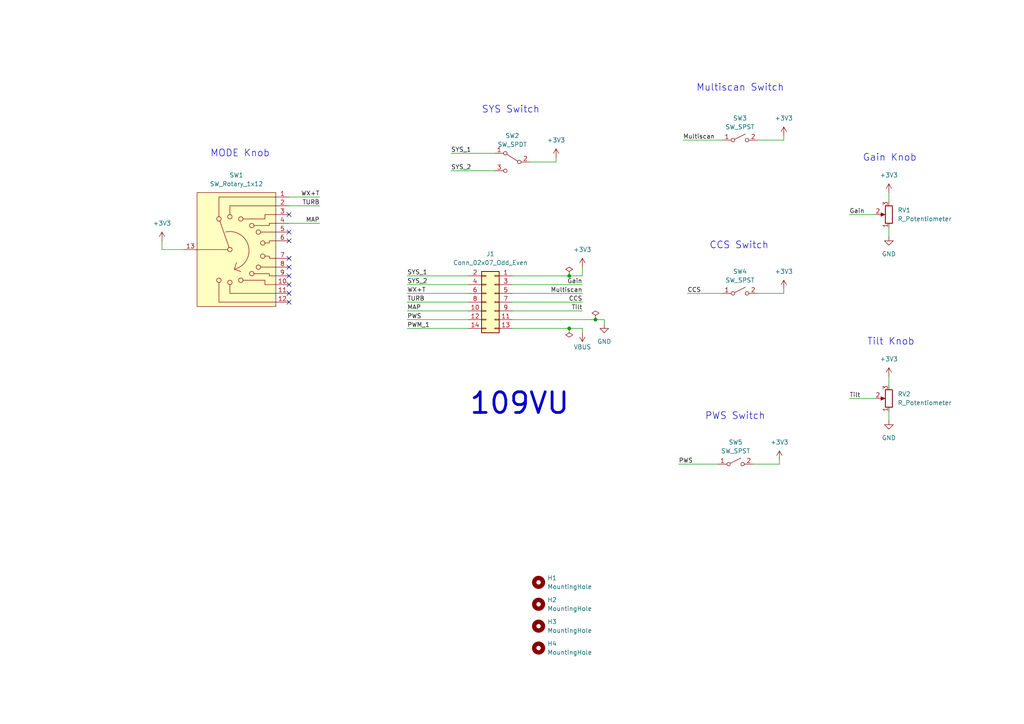
<source format=kicad_sch>
(kicad_sch (version 20231120) (generator "eeschema") (generator_version "8.0")
  (paper "A4")
  (title_block (title "109VU") (date "2024-01-18") (rev "0.2"))
  (lib_symbols
    (symbol "Connector_Generic:Conn_02x07_Odd_Even" (pin_names (offset 1.016) hide)
      (property "Reference" "J" (at 1.27 10.16 0))
      (property "Value" "Conn_02x07_Odd_Even" (at 1.27 -10.16 0))
      (symbol "Conn_02x07_Odd_Even_1_1"
        (rectangle (start -1.27 -7.493) (end 0 -7.747) (stroke (width 0.1524)))
        (rectangle (start -1.27 -4.953) (end 0 -5.207) (stroke (width 0.1524)))
        (rectangle (start -1.27 -2.413) (end 0 -2.667) (stroke (width 0.1524)))
        (rectangle (start -1.27 0.127) (end 0 -0.127) (stroke (width 0.1524)))
        (rectangle (start -1.27 2.667) (end 0 2.413) (stroke (width 0.1524)))
        (rectangle (start -1.27 5.207) (end 0 4.953) (stroke (width 0.1524)))
        (rectangle (start -1.27 7.747) (end 0 7.493) (stroke (width 0.1524)))
        (rectangle (start -1.27 8.89) (end 3.81 -8.89) (stroke (width 0.254)) (fill (type background)))
        (rectangle (start 3.81 -7.493) (end 2.54 -7.747) (stroke (width 0.1524)))
        (rectangle (start 3.81 -4.953) (end 2.54 -5.207) (stroke (width 0.1524)))
        (rectangle (start 3.81 -2.413) (end 2.54 -2.667) (stroke (width 0.1524)))
        (rectangle (start 3.81 0.127) (end 2.54 -0.127) (stroke (width 0.1524)))
        (rectangle (start 3.81 2.667) (end 2.54 2.413) (stroke (width 0.1524)))
        (rectangle (start 3.81 5.207) (end 2.54 4.953) (stroke (width 0.1524)))
        (rectangle (start 3.81 7.747) (end 2.54 7.493) (stroke (width 0.1524)))
        (pin passive line (at -5.08 7.62 0) (length 3.81) (name "Pin_1") (number "1"))
        (pin passive line (at 7.62 -2.54 180) (length 3.81) (name "Pin_10") (number "10"))
        (pin passive line (at -5.08 -5.08 0) (length 3.81) (name "Pin_11") (number "11"))
        (pin passive line (at 7.62 -5.08 180) (length 3.81) (name "Pin_12") (number "12"))
        (pin passive line (at -5.08 -7.62 0) (length 3.81) (name "Pin_13") (number "13"))
        (pin passive line (at 7.62 -7.62 180) (length 3.81) (name "Pin_14") (number "14"))
        (pin passive line (at 7.62 7.62 180) (length 3.81) (name "Pin_2") (number "2"))
        (pin passive line (at -5.08 5.08 0) (length 3.81) (name "Pin_3") (number "3"))
        (pin passive line (at 7.62 5.08 180) (length 3.81) (name "Pin_4") (number "4"))
        (pin passive line (at -5.08 2.54 0) (length 3.81) (name "Pin_5") (number "5"))
        (pin passive line (at 7.62 2.54 180) (length 3.81) (name "Pin_6") (number "6"))
        (pin passive line (at -5.08 0 0) (length 3.81) (name "Pin_7") (number "7"))
        (pin passive line (at 7.62 0 180) (length 3.81) (name "Pin_8") (number "8"))
        (pin passive line (at -5.08 -2.54 0) (length 3.81) (name "Pin_9") (number "9"))
      )
    )
    (symbol "Device:R_Potentiometer" (pin_names (offset 1.016) hide)
      (property "Reference" "RV" (at -4.445 0 90))
      (property "Value" "R_Potentiometer" (at -2.54 0 90))
      (symbol "R_Potentiometer_0_1"
        (polyline (pts (xy 2.54 0) (xy 1.524 0)))
        (polyline (pts (xy 1.143 0) (xy 2.286 0.508) (xy 2.286 -0.508) (xy 1.143 0)) (fill (type outline)))
        (rectangle (start 1.016 2.54) (end -1.016 -2.54) (stroke (width 0.254)))
      )
      (symbol "R_Potentiometer_1_1"
        (pin passive line (at 0 3.81 270) (length 1.27) (name "1") (number "1"))
        (pin passive line (at 3.81 0 180) (length 1.27) (name "2") (number "2"))
        (pin passive line (at 0 -3.81 90) (length 1.27) (name "3") (number "3"))
      )
    )
    (symbol "Mechanical:MountingHole" (pin_names (offset 1.016))
      (property "Reference" "H" (at 0 5.08 0))
      (property "Value" "MountingHole" (at 0 3.175 0))
      (symbol "MountingHole_0_1"
        (circle (center 0 0) (radius 1.27) (stroke (width 1.27)))
      )
    )
    (symbol "Switch:SW_Rotary_1x12" (pin_names (offset 1.016) hide)
      (property "Reference" "SW" (at 0 17.78 0))
      (property "Value" "SW_Rotary_1x12" (at 0 -17.78 0))
      (symbol "SW_Rotary_1x12_0_0"
        (circle (center -5.08 -8.89) (radius 0.635))
        (circle (center -5.08 8.89) (radius 0.635))
        (circle (center -1.905 -9.525) (radius 0.635))
        (circle (center -1.905 0) (radius 0.635))
        (circle (center -1.905 9.525) (radius 0.635))
        (arc (start -0.635 -5.715) (mid 3.4777 0.949) (end -3.175 5.08))
        (polyline (pts (xy -2.1336 0.6096) (xy -4.826 8.2804)))
        (polyline (pts (xy -0.635 -5.715) (xy 0 -3.81)))
        (polyline (pts (xy -0.635 -5.715) (xy 1.27 -6.35)))
        (polyline (pts (xy 6.985 -5.08) (xy 11.43 -5.08)))
        (polyline (pts (xy 6.985 5.08) (xy 11.43 5.08)))
        (polyline (pts (xy -5.08 -9.525) (xy -5.08 -15.24) (xy 11.43 -15.24)))
        (polyline (pts (xy -5.08 9.525) (xy -5.08 15.24) (xy 11.43 15.24)))
        (polyline (pts (xy -1.905 -10.16) (xy -1.905 -12.7) (xy 11.43 -12.7)))
        (polyline (pts (xy -1.905 10.16) (xy -1.905 12.7) (xy 11.43 12.7)))
        (polyline (pts (xy 1.905 -8.89) (xy 8.255 -8.89) (xy 8.255 -10.16) (xy 11.43 -10.16)))
        (polyline (pts (xy 1.905 8.89) (xy 8.255 8.89) (xy 8.255 10.16) (xy 11.43 10.16)))
        (polyline (pts (xy 5.08 -6.985) (xy 9.525 -6.985) (xy 9.525 -7.62) (xy 11.43 -7.62)))
        (polyline (pts (xy 5.08 6.985) (xy 9.525 6.985) (xy 9.525 7.62) (xy 11.43 7.62)))
        (polyline (pts (xy 8.255 -1.905) (xy 9.525 -1.905) (xy 9.525 -2.54) (xy 11.43 -2.54)))
        (polyline (pts (xy 8.255 1.905) (xy 9.525 1.905) (xy 9.525 2.54) (xy 11.43 2.54)))
        (circle (center 1.27 -8.89) (radius 0.635))
        (circle (center 1.27 8.89) (radius 0.635))
        (circle (center 4.445 -6.985) (radius 0.635))
        (circle (center 4.445 6.985) (radius 0.635))
        (circle (center 6.35 -5.08) (radius 0.635))
        (circle (center 6.35 5.08) (radius 0.635))
        (circle (center 7.62 -1.905) (radius 0.635))
        (circle (center 7.62 1.905) (radius 0.635))
      )
      (symbol "SW_Rotary_1x12_1_1"
        (rectangle (start -11.43 16.51) (end 11.43 -16.51) (fill (type background)))
        (polyline (pts (xy -11.43 0) (xy -2.54 0)))
        (pin passive line (at 15.24 15.24 180) (length 3.81) (name "1") (number "1"))
        (pin passive line (at 15.24 -10.16 180) (length 3.81) (name "10") (number "10"))
        (pin passive line (at 15.24 -12.7 180) (length 3.81) (name "11") (number "11"))
        (pin passive line (at 15.24 -15.24 180) (length 3.81) (name "12") (number "12"))
        (pin passive line (at -15.24 0 0) (length 3.81) (name "13") (number "13"))
        (pin passive line (at 15.24 12.7 180) (length 3.81) (name "2") (number "2"))
        (pin passive line (at 15.24 10.16 180) (length 3.81) (name "3") (number "3"))
        (pin passive line (at 15.24 7.62 180) (length 3.81) (name "4") (number "4"))
        (pin passive line (at 15.24 5.08 180) (length 3.81) (name "5") (number "5"))
        (pin passive line (at 15.24 2.54 180) (length 3.81) (name "6") (number "6"))
        (pin passive line (at 15.24 -2.54 180) (length 3.81) (name "7") (number "7"))
        (pin passive line (at 15.24 -5.08 180) (length 3.81) (name "8") (number "8"))
        (pin passive line (at 15.24 -7.62 180) (length 3.81) (name "9") (number "9"))
      )
    )
    (symbol "Switch:SW_SPDT" (pin_names (offset 0) hide)
      (property "Reference" "SW" (at 0 4.318 0))
      (property "Value" "SW_SPDT" (at 0 -5.08 0))
      (symbol "SW_SPDT_0_0"
        (circle (center -2.032 0) (radius 0.508))
        (circle (center 2.032 -2.54) (radius 0.508))
      )
      (symbol "SW_SPDT_0_1"
        (polyline (pts (xy -1.524 0.254) (xy 1.651 2.286)))
        (circle (center 2.032 2.54) (radius 0.508))
      )
      (symbol "SW_SPDT_1_1"
        (pin passive line (at 5.08 2.54 180) (length 2.54) (name "A") (number "1"))
        (pin passive line (at -5.08 0 0) (length 2.54) (name "B") (number "2"))
        (pin passive line (at 5.08 -2.54 180) (length 2.54) (name "C") (number "3"))
      )
    )
    (symbol "Switch:SW_SPST" (pin_names (offset 0) hide)
      (property "Reference" "SW" (at 0 3.175 0))
      (property "Value" "SW_SPST" (at 0 -2.54 0))
      (symbol "SW_SPST_0_0"
        (circle (center -2.032 0) (radius 0.508))
        (polyline (pts (xy -1.524 0.254) (xy 1.524 1.778)))
        (circle (center 2.032 0) (radius 0.508))
      )
      (symbol "SW_SPST_1_1"
        (pin passive line (at -5.08 0 0) (length 2.54) (name "A") (number "1"))
        (pin passive line (at 5.08 0 180) (length 2.54) (name "B") (number "2"))
      )
    )
    (symbol "power:+3V3" (power) (pin_names (offset 0))
      (property "Value" "+3V3" (at 0 3.556 0))
      (symbol "+3V3_0_1"
        (polyline (pts (xy -0.762 1.27) (xy 0 2.54)))
        (polyline (pts (xy 0 0) (xy 0 2.54)))
        (polyline (pts (xy 0 2.54) (xy 0.762 1.27)))
      )
      (symbol "+3V3_1_1"
        (pin power_in line (at 0 0 90) (length 0) hide (name "+3V3") (number "1"))
      )
    )
    (symbol "power:GND" (power) (pin_names (offset 0))
      (property "Value" "GND" (at 0 -3.81 0))
      (symbol "GND_0_1"
        (polyline (pts (xy 0 0) (xy 0 -1.27) (xy 1.27 -1.27) (xy 0 -2.54) (xy -1.27 -1.27) (xy 0 -1.27)))
      )
      (symbol "GND_1_1"
        (pin power_in line (at 0 0 270) (length 0) hide (name "GND") (number "1"))
      )
    )
    (symbol "power:PWR_FLAG" (power) (pin_numbers hide) (pin_names (offset 0) hide)
      (property "Value" "PWR_FLAG" (at 0 3.81 0))
      (symbol "PWR_FLAG_0_0"
        (pin power_out line (at 0 0 90) (length 0) (name "pwr") (number "1"))
      )
      (symbol "PWR_FLAG_0_1"
        (polyline (pts (xy 0 0) (xy 0 1.27) (xy -1.016 1.905) (xy 0 2.54) (xy 1.016 1.905) (xy 0 1.27)))
      )
    )
    (symbol "power:VBUS" (power) (pin_names (offset 0))
      (property "Value" "VBUS" (at 0 3.81 0))
      (symbol "VBUS_0_1"
        (polyline (pts (xy -0.762 1.27) (xy 0 2.54)))
        (polyline (pts (xy 0 0) (xy 0 2.54)))
        (polyline (pts (xy 0 2.54) (xy 0.762 1.27)))
      )
      (symbol "VBUS_1_1"
        (pin power_in line (at 0 0 90) (length 0) hide (name "VBUS") (number "1"))
      )
    )
  )
  (junction (at 165.1 95.25))
  (junction (at 165.1 80.01))
  (junction (at 172.72 92.71))
  (no_connect (at 83.82 67.31))
  (no_connect (at 83.82 69.85))
  (no_connect (at 83.82 74.93))
  (no_connect (at 83.82 80.01))
  (no_connect (at 83.82 77.47))
  (no_connect (at 83.82 62.23))
  (no_connect (at 83.82 85.09))
  (no_connect (at 83.82 82.55))
  (no_connect (at 83.82 87.63))
  (wire (pts (xy 148.59 90.17) (xy 168.91 90.17)))
  (wire (pts (xy 257.81 55.88) (xy 257.81 58.42)))
  (wire (pts (xy 118.11 90.17) (xy 135.89 90.17)))
  (wire (pts (xy 227.33 83.82) (xy 227.33 85.09)))
  (wire (pts (xy 148.59 85.09) (xy 168.91 85.09)))
  (wire (pts (xy 219.71 40.64) (xy 227.33 40.64)))
  (wire (pts (xy 172.72 92.71) (xy 175.26 92.71)))
  (wire (pts (xy 46.99 69.85) (xy 46.99 72.39)))
  (wire (pts (xy 118.11 82.55) (xy 135.89 82.55)))
  (wire (pts (xy 226.06 133.35) (xy 226.06 134.62)))
  (wire (pts (xy 118.11 92.71) (xy 135.89 92.71)))
  (wire (pts (xy 257.81 119.38) (xy 257.81 121.92)))
  (wire (pts (xy 175.26 92.71) (xy 175.26 93.98)))
  (wire (pts (xy 118.11 87.63) (xy 135.89 87.63)))
  (wire (pts (xy 198.12 40.64) (xy 209.55 40.64)))
  (wire (pts (xy 83.82 57.15) (xy 92.71 57.15)))
  (wire (pts (xy 148.59 82.55) (xy 168.91 82.55)))
  (wire (pts (xy 118.11 80.01) (xy 135.89 80.01)))
  (wire (pts (xy 165.1 95.25) (xy 168.91 95.25)))
  (wire (pts (xy 227.33 39.37) (xy 227.33 40.64)))
  (wire (pts (xy 168.91 96.52) (xy 168.91 95.25)))
  (wire (pts (xy 130.81 49.53) (xy 143.51 49.53)))
  (wire (pts (xy 218.44 134.62) (xy 226.06 134.62)))
  (wire (pts (xy 130.81 44.45) (xy 143.51 44.45)))
  (wire (pts (xy 165.1 80.01) (xy 168.91 80.01)))
  (wire (pts (xy 83.82 64.77) (xy 92.71 64.77)))
  (wire (pts (xy 246.38 115.57) (xy 254 115.57)))
  (wire (pts (xy 246.38 62.23) (xy 254 62.23)))
  (wire (pts (xy 148.59 95.25) (xy 165.1 95.25)))
  (wire (pts (xy 168.91 77.47) (xy 168.91 80.01)))
  (wire (pts (xy 46.99 72.39) (xy 53.34 72.39)))
  (wire (pts (xy 148.59 80.01) (xy 165.1 80.01)))
  (wire (pts (xy 148.59 92.71) (xy 172.72 92.71)))
  (wire (pts (xy 83.82 59.69) (xy 92.71 59.69)))
  (wire (pts (xy 161.29 45.72) (xy 161.29 46.99)))
  (wire (pts (xy 196.85 134.62) (xy 208.28 134.62)))
  (wire (pts (xy 148.59 87.63) (xy 168.91 87.63)))
  (wire (pts (xy 257.81 109.22) (xy 257.81 111.76)))
  (wire (pts (xy 199.39 85.09) (xy 209.55 85.09)))
  (wire (pts (xy 118.11 95.25) (xy 135.89 95.25)))
  (wire (pts (xy 219.71 85.09) (xy 227.33 85.09)))
  (wire (pts (xy 118.11 85.09) (xy 135.89 85.09)))
  (wire (pts (xy 153.67 46.99) (xy 161.29 46.99)))
  (wire (pts (xy 257.81 66.04) (xy 257.81 68.58)))
  (text "Multiscan Switch" (at 201.93 26.67 0) (effects (font (size 2 2)) (justify left bottom)))
  (text "Gain Knob" (at 250.19 46.99 0) (effects (font (size 2 2)) (justify left bottom)))
  (text "MODE Knob" (at 60.96 45.72 0) (effects (font (size 2 2)) (justify left bottom)))
  (text "SYS Switch" (at 139.7 33.02 0) (effects (font (size 2 2)) (justify left bottom)))
  (text "PWS Switch" (at 204.47 121.92 0) (effects (font (size 2 2)) (justify left bottom)))
  (text "109VU" (at 135.89 120.65 0) (effects (font (size 6 6) (thickness 0.8) (bold yes)) (justify left bottom)))
  (text "Tilt Knob" (at 251.46 100.33 0) (effects (font (size 2 2)) (justify left bottom)))
  (text "CCS Switch" (at 205.74 72.39 0) (effects (font (size 2 2)) (justify left bottom)))
  (label "WX+T" (at 92.71 57.15 180))
  (label "SYS_1" (at 118.11 80.01 0))
  (label "Multiscan" (at 168.91 85.09 180))
  (label "Tilt" (at 168.91 90.17 180))
  (label "TURB" (at 118.11 87.63 0))
  (label "CCS" (at 199.39 85.09 0))
  (label "PWS" (at 118.11 92.71 0))
  (label "Tilt" (at 246.38 115.57 0))
  (label "SYS_1" (at 130.81 44.45 0))
  (label "CCS" (at 168.91 87.63 180))
  (label "Multiscan" (at 198.12 40.64 0))
  (label "PWS" (at 196.85 134.62 0))
  (label "WX+T" (at 118.11 85.09 0))
  (label "PWM_1" (at 118.11 95.25 0))
  (label "MAP" (at 118.11 90.17 0))
  (label "MAP" (at 92.71 64.77 180))
  (label "Gain" (at 168.91 82.55 180))
  (label "Gain" (at 246.38 62.23 0))
  (label "SYS_2" (at 130.81 49.53 0))
  (label "SYS_2" (at 118.11 82.55 0))
  (label "TURB" (at 92.71 59.69 180))
  (symbol (lib_id "power:+3V3") (at 168.91 77.47 0) (unit 1)
    (property "Reference" "#PWR014" (effects (hide yes)))
    (property "Value" "+3V3" (at 168.91 72.39 0))
  )
  (symbol (lib_id "power:+3V3") (at 257.81 109.22 0) (unit 1)
    (property "Reference" "#PWR027" (effects (hide yes)))
    (property "Value" "+3V3" (at 257.81 104.14 0))
  )
  (symbol (lib_id "power:+3V3") (at 227.33 39.37 0) (unit 1)
    (property "Reference" "#PWR022" (effects (hide yes)))
    (property "Value" "+3V3" (at 227.33 34.29 0))
  )
  (symbol (lib_id "power:PWR_FLAG") (at 165.1 95.25 180) (unit 1)
    (property "Reference" "#FLG03" (effects (hide yes)))
    (property "Value" "PWR_FLAG" (effects (hide yes)))
  )
  (symbol (lib_id "power:+3V3") (at 46.99 69.85 0) (unit 1)
    (property "Reference" "#PWR02" (effects (hide yes)))
    (property "Value" "+3V3" (at 46.99 64.77 0))
  )
  (symbol (lib_id "Connector_Generic:Conn_02x07_Odd_Even") (at 143.51 87.63 0) (mirror y) (unit 1)
    (property "Reference" "J1" (at 142.24 73.66 0))
    (property "Value" "Conn_02x07_Odd_Even" (at 142.24 76.2 0))
    (property "Footprint" "Connector_IDC:IDC-Header_2x07_P2.54mm_Vertical" (effects (hide yes)))
  )
  (symbol (lib_id "power:PWR_FLAG") (at 172.72 92.71 0) (unit 1)
    (property "Reference" "#FLG02" (effects (hide yes)))
    (property "Value" "PWR_FLAG" (effects (hide yes)))
  )
  (symbol (lib_id "Switch:SW_Rotary_1x12") (at 68.58 72.39 0) (unit 1)
    (property "Reference" "SW1" (at 68.58 50.8 0))
    (property "Value" "SW_Rotary_1x12" (at 68.58 53.34 0))
    (property "Footprint" "NiasStuff:C&K_Rotary_Switches" (effects (hide yes)))
    (property "Datasheet" "https://www.mouser.de/datasheet/2/240/arotary-3050724.pdf" (effects (hide yes)))
    (property "JLCPCB Part" "N/A" (effects (hide yes)))
    (property "Manufracturer" "C&K" (effects (hide yes)))
    (property "Manufracturer Part Number" "A12505RNZQ " (effects (hide yes)))
  )
  (symbol (lib_id "Mechanical:MountingHole") (at 156.21 187.96 0) (unit 1) (in_bom no)
    (property "Reference" "H4" (at 158.75 186.69 0) (effects (justify left)))
    (property "Value" "MountingHole" (at 158.75 189.23 0) (effects (justify left)))
    (property "Footprint" "MountingHole:MountingHole_2.2mm_M2" (effects (hide yes)))
  )
  (symbol (lib_id "power:+3V3") (at 227.33 83.82 0) (unit 1)
    (property "Reference" "#PWR023" (effects (hide yes)))
    (property "Value" "+3V3" (at 227.33 78.74 0))
  )
  (symbol (lib_id "Device:R_Potentiometer") (at 257.81 62.23 180) (unit 1)
    (property "Reference" "RV1" (at 260.35 60.96 0) (effects (justify right)))
    (property "Value" "R_Potentiometer" (at 260.35 63.5 0) (effects (justify right)))
    (property "Footprint" "NiasStuff:Potentiometer_Alps_RK09L_Double_Vertical" (effects (hide yes)))
    (property "Datasheet" "https://datasheet.lcsc.com/lcsc/1912111437_ALPSALPINE-RK09L1240A12_C380211.pdf" (effects (hide yes)))
    (property "Manufracturer" "ALPSALPINE" (effects (hide yes)))
    (property "Manufracturer Part Number" "RK09L1240A12" (effects (hide yes)))
    (property "JLCPCB Part" "C380211" (effects (hide yes)))
  )
  (symbol (lib_id "power:GND") (at 257.81 68.58 0) (unit 1)
    (property "Reference" "#PWR026" (effects (hide yes)))
    (property "Value" "GND" (at 257.81 73.66 0))
  )
  (symbol (lib_id "power:+3V3") (at 257.81 55.88 0) (unit 1)
    (property "Reference" "#PWR025" (effects (hide yes)))
    (property "Value" "+3V3" (at 257.81 50.8 0))
  )
  (symbol (lib_id "power:GND") (at 257.81 121.92 0) (unit 1)
    (property "Reference" "#PWR028" (effects (hide yes)))
    (property "Value" "GND" (at 257.81 127 0))
  )
  (symbol (lib_id "power:PWR_FLAG") (at 165.1 80.01 0) (unit 1)
    (property "Reference" "#FLG01" (effects (hide yes)))
    (property "Value" "PWR_FLAG" (effects (hide yes)))
  )
  (symbol (lib_id "Mechanical:MountingHole") (at 156.21 181.61 0) (unit 1) (in_bom no)
    (property "Reference" "H3" (at 158.75 180.34 0) (effects (justify left)))
    (property "Value" "MountingHole" (at 158.75 182.88 0) (effects (justify left)))
    (property "Footprint" "MountingHole:MountingHole_2.2mm_M2" (effects (hide yes)))
  )
  (symbol (lib_id "power:+3V3") (at 161.29 45.72 0) (unit 1)
    (property "Reference" "#PWR013" (effects (hide yes)))
    (property "Value" "+3V3" (at 161.29 40.64 0))
  )
  (symbol (lib_id "Switch:SW_SPST") (at 214.63 85.09 0) (unit 1)
    (property "Reference" "SW4" (at 214.63 78.74 0))
    (property "Value" "SW_SPST" (at 214.63 81.28 0))
    (property "Footprint" "NiasStuff:SW_SPDT_YUEN-FUNG_MT-0-102-A101-M200-RS" (effects (hide yes)))
    (property "Datasheet" "https://www.lcsc.com/datasheet/lcsc_datasheet_2307200931_YUEN-FUNG-MT-0-103-A101-M200-RS_C1788493.pdf" (effects (hide yes)))
    (property "JLCPCB Part" "C1788492" (effects (hide yes)))
    (property "Manufracturer" "YUEN FUNG" (effects (hide yes)))
    (property "Manufracturer Part Number" "MT-0-102-A101-M200-RS" (effects (hide yes)))
  )
  (symbol (lib_id "Switch:SW_SPDT") (at 148.59 46.99 0) (mirror y) (unit 1)
    (property "Reference" "SW2" (at 148.59 39.37 0))
    (property "Value" "SW_SPDT" (at 148.59 41.91 0))
    (property "Footprint" "NiasStuff:SW_SPDT_YUEN-FUNG_MT-0-102-A101-M200-RS" (effects (hide yes)))
    (property "Datasheet" "https://www.lcsc.com/datasheet/lcsc_datasheet_2307200931_YUEN-FUNG-MT-0-102-A101-M200-RS_C1788492.pdf" (effects (hide yes)))
    (property "JLCPCB Part" "C1788493" (effects (hide yes)))
    (property "Manufracturer" "YUEN FUNG" (effects (hide yes)))
    (property "Manufracturer Part Number" "MT-0-103-A101-M200-RS" (effects (hide yes)))
  )
  (symbol (lib_id "power:GND") (at 175.26 93.98 0) (unit 1)
    (property "Reference" "#PWR015" (effects (hide yes)))
    (property "Value" "GND" (at 175.26 99.06 0))
  )
  (symbol (lib_id "Mechanical:MountingHole") (at 156.21 175.26 0) (unit 1) (in_bom no)
    (property "Reference" "H2" (at 158.75 173.99 0) (effects (justify left)))
    (property "Value" "MountingHole" (at 158.75 176.53 0) (effects (justify left)))
    (property "Footprint" "MountingHole:MountingHole_2.2mm_M2" (effects (hide yes)))
  )
  (symbol (lib_id "Mechanical:MountingHole") (at 156.21 168.91 0) (unit 1) (in_bom no)
    (property "Reference" "H1" (at 158.75 167.64 0) (effects (justify left)))
    (property "Value" "MountingHole" (at 158.75 170.18 0) (effects (justify left)))
    (property "Footprint" "MountingHole:MountingHole_2.2mm_M2" (effects (hide yes)))
  )
  (symbol (lib_id "Switch:SW_SPST") (at 213.36 134.62 0) (unit 1)
    (property "Reference" "SW5" (at 213.36 128.27 0))
    (property "Value" "SW_SPST" (at 213.36 130.81 0))
    (property "Footprint" "NiasStuff:SW_SPDT_YUEN-FUNG_MT-0-102-A101-M200-RS" (effects (hide yes)))
    (property "Datasheet" "https://www.lcsc.com/datasheet/lcsc_datasheet_2307200931_YUEN-FUNG-MT-0-103-A101-M200-RS_C1788493.pdf" (effects (hide yes)))
    (property "JLCPCB Part" "C1788492" (effects (hide yes)))
    (property "Manufracturer" "YUEN FUNG" (effects (hide yes)))
    (property "Manufracturer Part Number" "MT-0-102-A101-M200-RS" (effects (hide yes)))
  )
  (symbol (lib_id "Device:R_Potentiometer") (at 257.81 115.57 180) (unit 1)
    (property "Reference" "RV2" (at 260.35 114.3 0) (effects (justify right)))
    (property "Value" "R_Potentiometer" (at 260.35 116.84 0) (effects (justify right)))
    (property "Footprint" "NiasStuff:Potentiometer_Alps_RK09L_Double_Vertical" (effects (hide yes)))
    (property "Datasheet" "https://datasheet.lcsc.com/lcsc/1912111437_ALPSALPINE-RK09L1240A12_C380211.pdf" (effects (hide yes)))
    (property "Manufracturer" "ALPSALPINE" (effects (hide yes)))
    (property "Manufracturer Part Number" "RK09L1240A12" (effects (hide yes)))
    (property "JLCPCB Part" "C380211" (effects (hide yes)))
  )
  (symbol (lib_id "power:+3V3") (at 226.06 133.35 0) (unit 1)
    (property "Reference" "#PWR024" (effects (hide yes)))
    (property "Value" "+3V3" (at 226.06 128.27 0))
  )
  (symbol (lib_id "power:VBUS") (at 168.91 96.52 180) (unit 1)
    (property "Reference" "#PWR05" (effects (hide yes)))
    (property "Value" "VBUS" (at 168.91 100.6531 0))
  )
  (symbol (lib_id "Switch:SW_SPST") (at 214.63 40.64 0) (unit 1)
    (property "Reference" "SW3" (at 214.63 34.29 0))
    (property "Value" "SW_SPST" (at 214.63 36.83 0))
    (property "Footprint" "NiasStuff:SW_SPDT_YUEN-FUNG_MT-0-102-A101-M200-RS" (effects (hide yes)))
    (property "Datasheet" "https://www.lcsc.com/datasheet/lcsc_datasheet_2307200931_YUEN-FUNG-MT-0-103-A101-M200-RS_C1788493.pdf" (effects (hide yes)))
    (property "JLCPCB Part" "C1788492" (effects (hide yes)))
    (property "Manufracturer" "YUEN FUNG" (effects (hide yes)))
    (property "Manufracturer Part Number" "MT-0-102-A101-M200-RS" (effects (hide yes)))
  )
)
</source>
